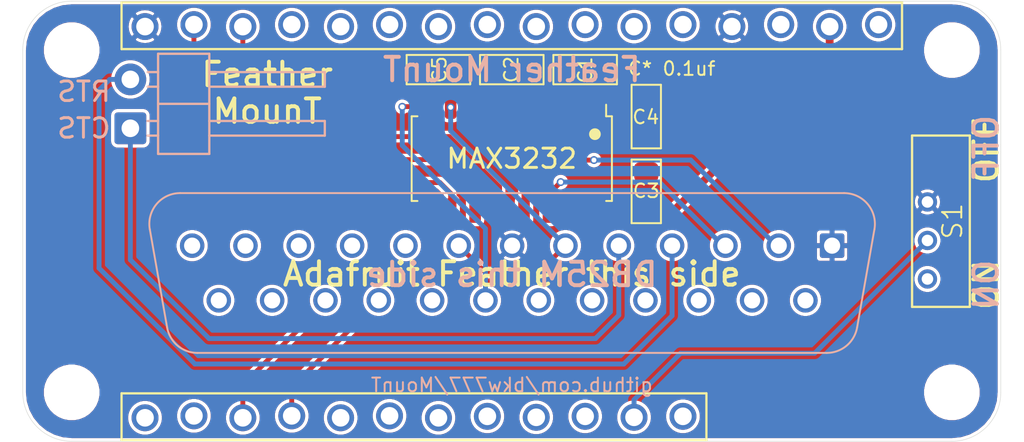
<source format=kicad_pcb>
(kicad_pcb (version 20171130) (host pcbnew 5.1.6-c6e7f7d~87~ubuntu20.04.1)
  (layers (0 F.Cu signal) (31 B.Cu signal) (34 B.Paste user hide) (35 F.Paste user hide) (36 B.SilkS user) (37 F.SilkS user) (38 B.Mask user) (39 F.Mask user) (44 Edge.Cuts user))
  (net 0 "")
  (net 1 GND)
  (net 2 "Net-(C1-Pad1)")
  (net 3 "Net-(C1-Pad2)")
  (net 4 "Net-(C2-Pad1)")
  (net 5 "Net-(C2-Pad2)")
  (net 6 "Net-(C4-Pad1)")
  (net 7 "Net-(C5-Pad1)")
  (net 8 /En)
  (net 9 +3V3)
  (net 10 /DTR_TTL)
  (net 11 /DSR_TTL)
  (net 12 /TX_TTL)
  (net 13 /RX_TTL)
  (net 14 /DTR_232)
  (net 15 /DCD_232)
  (net 16 /DSR_232)
  (net 17 /CTS_232)
  (net 18 /RTS_232)
  (net 19 /RX_232)
  (net 20 /TX_232)
  (module 0_LOCAL:Adafruit_Feather_stagger_4mil (layer F.Cu) (at 147.32 96.52 180)
    (fp_text reference J1 hide)
    (fp_text value Adafruit_Feather)
    (fp_line (start -10.1092 -11.3792) (end -10.1092 -8.9408) (layer F.SilkS) (width 0.12))
    (fp_line (start -10.1092 -8.9408) (end 20.2692 -8.9408) (layer F.SilkS) (width 0.12))
    (fp_line (start 20.2692 -8.9408) (end 20.2692 -11.3792) (layer F.SilkS) (width 0.12))
    (fp_line (start 20.2692 -11.3792) (end -10.1092 -11.3792) (layer F.SilkS) (width 0.12))
    (fp_line (start -20.2692 8.9408) (end -20.2692 11.3792) (layer F.SilkS) (width 0.12))
    (fp_line (start -20.2692 11.3792) (end 20.2692 11.3792) (layer F.SilkS) (width 0.12))
    (fp_line (start 20.2692 11.3792) (end 20.2692 8.9408) (layer F.SilkS) (width 0.12))
    (fp_line (start 20.2692 8.9408) (end -20.2692 8.9408) (layer F.SilkS) (width 0.12))
    (pad "" np_thru_hole circle (at 22.86 -8.89 180) (size 2.54 2.54) (drill 2.54) (layers *.Cu *.Mask))
    (pad "" np_thru_hole circle (at 22.86 8.89 180) (size 2.54 2.54) (drill 2.54) (layers *.Cu *.Mask))
    (pad "" np_thru_hole circle (at -22.86 8.89 180) (size 2.54 2.54) (drill 2.54) (layers *.Cu *.Mask))
    (pad "" np_thru_hole circle (at -22.86 -8.89 180) (size 2.54 2.54) (drill 2.54) (layers *.Cu *.Mask))
    (pad 16 thru_hole circle (at 19.05 10.1092 180) (size 1.397 1.397) (drill 0.9144) (layers *.Cu *.Mask) (net 1 GND))
    (pad 15 thru_hole circle (at 16.51 10.2108 180) (size 1.397 1.397) (drill 0.9144) (layers *.Cu *.Mask) (net 12 /TX_TTL))
    (pad 14 thru_hole circle (at 13.97 10.1092 180) (size 1.397 1.397) (drill 0.9144) (layers *.Cu *.Mask) (net 13 /RX_TTL))
    (pad 13 thru_hole circle (at 11.43 10.2108 180) (size 1.397 1.397) (drill 0.9144) (layers *.Cu *.Mask))
    (pad 12 thru_hole circle (at 8.89 10.1092 180) (size 1.397 1.397) (drill 0.9144) (layers *.Cu *.Mask))
    (pad 11 thru_hole circle (at 6.35 10.2108 180) (size 1.397 1.397) (drill 0.9144) (layers *.Cu *.Mask))
    (pad 10 thru_hole circle (at 3.81 10.1092 180) (size 1.397 1.397) (drill 0.9144) (layers *.Cu *.Mask))
    (pad 9 thru_hole circle (at 1.27 10.2108 180) (size 1.397 1.397) (drill 0.9144) (layers *.Cu *.Mask))
    (pad 8 thru_hole circle (at -1.27 10.1092 180) (size 1.397 1.397) (drill 0.9144) (layers *.Cu *.Mask))
    (pad 7 thru_hole circle (at -3.81 10.2108 180) (size 1.397 1.397) (drill 0.9144) (layers *.Cu *.Mask))
    (pad 6 thru_hole circle (at -6.35 10.1092 180) (size 1.397 1.397) (drill 0.9144) (layers *.Cu *.Mask))
    (pad 5 thru_hole circle (at -8.89 10.2108 180) (size 1.397 1.397) (drill 0.9144) (layers *.Cu *.Mask))
    (pad 4 thru_hole circle (at -11.43 10.1092 180) (size 1.397 1.397) (drill 0.9144) (layers *.Cu *.Mask) (net 1 GND))
    (pad 3 thru_hole circle (at -13.97 10.2108 180) (size 1.397 1.397) (drill 0.9144) (layers *.Cu *.Mask))
    (pad 2 thru_hole circle (at -16.51 10.1092 180) (size 1.397 1.397) (drill 0.9144) (layers *.Cu *.Mask) (net 9 +3V3))
    (pad 1 thru_hole circle (at -19.05 10.2108 180) (size 1.397 1.397) (drill 0.9144) (layers *.Cu *.Mask))
    (pad 17 thru_hole circle (at 19.05 -10.2108 180) (size 1.397 1.397) (drill 0.9144) (layers *.Cu *.Mask))
    (pad 18 thru_hole circle (at 16.51 -10.1092 180) (size 1.397 1.397) (drill 0.9144) (layers *.Cu *.Mask))
    (pad 19 thru_hole circle (at 13.97 -10.2108 180) (size 1.397 1.397) (drill 0.9144) (layers *.Cu *.Mask) (net 10 /DTR_TTL))
    (pad 20 thru_hole circle (at 11.43 -10.1092 180) (size 1.397 1.397) (drill 0.9144) (layers *.Cu *.Mask) (net 11 /DSR_TTL))
    (pad 21 thru_hole circle (at 8.89 -10.2108 180) (size 1.397 1.397) (drill 0.9144) (layers *.Cu *.Mask))
    (pad 22 thru_hole circle (at 6.35 -10.1092 180) (size 1.397 1.397) (drill 0.9144) (layers *.Cu *.Mask))
    (pad 23 thru_hole circle (at 3.81 -10.2108 180) (size 1.397 1.397) (drill 0.9144) (layers *.Cu *.Mask))
    (pad 24 thru_hole circle (at 1.27 -10.1346 180) (size 1.397 1.397) (drill 0.9144) (layers *.Cu *.Mask))
    (pad 25 thru_hole circle (at -1.27 -10.1854 180) (size 1.397 1.397) (drill 0.9144) (layers *.Cu *.Mask))
    (pad 26 thru_hole circle (at -3.81 -10.1346 180) (size 1.397 1.397) (drill 0.9144) (layers *.Cu *.Mask))
    (pad 27 thru_hole circle (at -6.35 -10.1854 180) (size 1.397 1.397) (drill 0.9144) (layers *.Cu *.Mask) (net 8 /En))
    (pad 28 thru_hole circle (at -8.89 -10.1346 180) (size 1.397 1.397) (drill 0.9144) (layers *.Cu *.Mask))
  )
  (module 0_LOCAL:CSS-121xC (layer F.Cu) (at 168.91 96.52 90)
    (fp_text reference S1 (at 0 1.3 90) (layer F.SilkS) (effects (font (thickness 0.1))))
    (fp_text value DS04-254-1L-01BK)
    (fp_line (start -4.45 -0.8) (end -4.45 2.2) (layer F.SilkS) (width 0.12))
    (fp_line (start -4.45 2.2) (end 4.45 2.2) (layer F.SilkS) (width 0.12))
    (fp_line (start -4.45 -0.8) (end 4.45 -0.8) (layer F.SilkS) (width 0.12))
    (fp_line (start 4.45 -0.8) (end 4.45 2.2) (layer F.SilkS) (width 0.12))
    (pad 2 thru_hole circle (at -1 0 90) (size 1 1) (drill 0.6) (layers *.Cu *.Mask) (net 8 /En))
    (pad 1 thru_hole circle (at -3 0 90) (size 1 1) (drill 0.6) (layers *.Cu *.Mask))
    (pad 3 thru_hole circle (at 1 0 90) (size 1 1) (drill 0.6) (layers *.Cu *.Mask) (net 1 GND))
  )
  (module 0_LOCAL:PinHeader_1x02_P2.54mm_Horizontal (layer B.Cu) (at 127.508 91.694)
    (fp_text reference JP1 hide)
    (fp_text value Jumper_2_Bridged)
    (fp_line (start 0.9 -2.92) (end 1.44 -2.92) (layer B.SilkS) (width 0.12))
    (fp_line (start 0.9 -2.16) (end 1.44 -2.16) (layer B.SilkS) (width 0.12))
    (fp_line (start 10.1 -2.92) (end 4.1 -2.92) (layer B.SilkS) (width 0.12))
    (fp_line (start 10.1 -2.16) (end 10.1 -2.92) (layer B.SilkS) (width 0.12))
    (fp_line (start 4.1 -2.16) (end 10.1 -2.16) (layer B.SilkS) (width 0.12))
    (fp_line (start 1.44 -1.27) (end 4.1 -1.27) (layer B.SilkS) (width 0.12))
    (fp_line (start 0.9 -0.38) (end 1.44 -0.38) (layer B.SilkS) (width 0.12))
    (fp_line (start 0.9 0.38) (end 1.44 0.38) (layer B.SilkS) (width 0.12))
    (fp_line (start 10.1 -0.38) (end 4.1 -0.38) (layer B.SilkS) (width 0.12))
    (fp_line (start 10.1 0.38) (end 10.1 -0.38) (layer B.SilkS) (width 0.12))
    (fp_line (start 4.1 0.38) (end 10.1 0.38) (layer B.SilkS) (width 0.12))
    (fp_line (start 4.1 1.33) (end 1.44 1.33) (layer B.SilkS) (width 0.12))
    (fp_line (start 4.1 -3.87) (end 4.1 1.33) (layer B.SilkS) (width 0.12))
    (fp_line (start 1.44 -3.87) (end 4.1 -3.87) (layer B.SilkS) (width 0.12))
    (fp_line (start 1.44 1.33) (end 1.44 -3.87) (layer B.SilkS) (width 0.12))
    (pad 2 thru_hole custom (at 0 -2.54) (size 1.651 1.651) (drill 0.9144) (layers *.Cu *.Mask) (net 18 /RTS_232) (options (clearance outline) (anchor circle)) (primitives))
    (pad 1 thru_hole roundrect (at 0 0) (size 1.651 1.651) (drill 0.9144) (layers *.Cu *.Mask) (roundrect_rratio 0.1) (net 17 /CTS_232))
  )
  (module 0_LOCAL:DSUB-25_Male_Vertical_P2.77x2.84mm (layer B.Cu) (at 163.957 97.79 180)
    (fp_text reference J2 hide)
    (fp_text value DB25_Male)
    (fp_line (start -2.198887 0.852163) (end -1.299619 -4.247837) (layer B.SilkS) (width 0.1))
    (fp_line (start 35.438887 0.852163) (end 34.539619 -4.247837) (layer B.SilkS) (width 0.1))
    (fp_line (start 0.276073 -5.57) (end 32.963927 -5.57) (layer B.SilkS) (width 0.1))
    (fp_line (start -0.623194 2.73) (end 33.863194 2.73) (layer B.SilkS) (width 0.1))
    (fp_arc (start 32.963927 -3.97) (end 32.963927 -5.57) (angle 80) (layer B.SilkS) (width 0.1))
    (fp_arc (start 0.276073 -3.97) (end 0.276073 -5.57) (angle -80) (layer B.SilkS) (width 0.1))
    (fp_arc (start 33.863194 1.13) (end 33.863194 2.73) (angle -100) (layer B.SilkS) (width 0.1))
    (fp_arc (start -0.623194 1.13) (end -0.623194 2.73) (angle 100) (layer B.SilkS) (width 0.1))
    (pad 25 thru_hole circle (at 31.855 -2.84 180) (size 1.27 1.27) (drill 0.8382) (layers *.Cu *.Mask))
    (pad 24 thru_hole circle (at 29.085 -2.84 180) (size 1.27 1.27) (drill 0.8382) (layers *.Cu *.Mask))
    (pad 23 thru_hole circle (at 26.315 -2.84 180) (size 1.27 1.27) (drill 0.8382) (layers *.Cu *.Mask))
    (pad 22 thru_hole circle (at 23.545 -2.84 180) (size 1.27 1.27) (drill 0.8382) (layers *.Cu *.Mask))
    (pad 21 thru_hole circle (at 20.775 -2.84 180) (size 1.27 1.27) (drill 0.8382) (layers *.Cu *.Mask))
    (pad 20 thru_hole circle (at 18.005 -2.84 180) (size 1.27 1.27) (drill 0.8382) (layers *.Cu *.Mask) (net 14 /DTR_232))
    (pad 19 thru_hole circle (at 15.235 -2.84 180) (size 1.27 1.27) (drill 0.8382) (layers *.Cu *.Mask))
    (pad 18 thru_hole circle (at 12.465 -2.84 180) (size 1.27 1.27) (drill 0.8382) (layers *.Cu *.Mask))
    (pad 17 thru_hole circle (at 9.695 -2.84 180) (size 1.27 1.27) (drill 0.8382) (layers *.Cu *.Mask))
    (pad 16 thru_hole circle (at 6.925 -2.84 180) (size 1.27 1.27) (drill 0.8382) (layers *.Cu *.Mask))
    (pad 15 thru_hole circle (at 4.155 -2.84 180) (size 1.27 1.27) (drill 0.8382) (layers *.Cu *.Mask))
    (pad 14 thru_hole circle (at 1.385 -2.84 180) (size 1.27 1.27) (drill 0.8382) (layers *.Cu *.Mask))
    (pad 13 thru_hole circle (at 33.24 0 180) (size 1.27 1.27) (drill 0.8382) (layers *.Cu *.Mask))
    (pad 12 thru_hole circle (at 30.47 0 180) (size 1.27 1.27) (drill 0.8382) (layers *.Cu *.Mask))
    (pad 11 thru_hole circle (at 27.7 0 180) (size 1.27 1.27) (drill 0.8382) (layers *.Cu *.Mask))
    (pad 10 thru_hole circle (at 24.93 0 180) (size 1.27 1.27) (drill 0.8382) (layers *.Cu *.Mask))
    (pad 9 thru_hole circle (at 22.16 0 180) (size 1.27 1.27) (drill 0.8382) (layers *.Cu *.Mask))
    (pad 8 thru_hole circle (at 19.39 0 180) (size 1.27 1.27) (drill 0.8382) (layers *.Cu *.Mask) (net 15 /DCD_232))
    (pad 7 thru_hole circle (at 16.62 0 180) (size 1.27 1.27) (drill 0.8382) (layers *.Cu *.Mask) (net 1 GND))
    (pad 6 thru_hole circle (at 13.85 0 180) (size 1.27 1.27) (drill 0.8382) (layers *.Cu *.Mask) (net 16 /DSR_232))
    (pad 5 thru_hole circle (at 11.08 0 180) (size 1.27 1.27) (drill 0.8382) (layers *.Cu *.Mask) (net 17 /CTS_232))
    (pad 4 thru_hole circle (at 8.31 0 180) (size 1.27 1.27) (drill 0.8382) (layers *.Cu *.Mask) (net 18 /RTS_232))
    (pad 3 thru_hole circle (at 5.54 0 180) (size 1.27 1.27) (drill 0.8382) (layers *.Cu *.Mask) (net 19 /RX_232))
    (pad 2 thru_hole circle (at 2.77 0 180) (size 1.27 1.27) (drill 0.8382) (layers *.Cu *.Mask) (net 20 /TX_232))
    (pad 1 thru_hole roundrect (at 0 0 180) (size 1.27 1.27) (drill 0.8382) (layers *.Cu *.Mask) (roundrect_rratio 0.1) (net 1 GND))
  )
  (module 0_LOCAL:C_0805 (layer F.Cu) (at 154.305 94.9706 90)
    (fp_text reference C3 (at 0.0254 0) (layer F.SilkS) (effects (font (size 0.7112 0.7112) (thickness 0.1016))))
    (fp_text value 0.1uf)
    (fp_line (start -1.651 -0.762) (end -1.651 0.762) (layer F.SilkS) (width 0.1016))
    (fp_line (start 1.651 -0.762) (end 1.651 0.762) (layer F.SilkS) (width 0.1016))
    (fp_line (start -1.651 0.762) (end 1.651 0.762) (layer F.SilkS) (width 0.1016))
    (fp_line (start 1.651 -0.762) (end -1.651 -0.762) (layer F.SilkS) (width 0.1016))
    (pad 1 smd roundrect (at -1 0 90) (size 1 1.25) (layers F.Cu F.Paste F.Mask) (net 9 +3V3))
    (pad 2 smd roundrect (at 1 0 90) (size 1 1.25) (layers F.Cu F.Paste F.Mask) (net 1 GND))
  )
  (module 0_LOCAL:C_0805 (layer F.Cu) (at 154.305 91.0844 90)
    (fp_text reference C4 (at -0.0254 -0.0254) (layer F.SilkS) (effects (font (size 0.7112 0.7112) (thickness 0.1016))))
    (fp_text value 0.1uf)
    (fp_line (start -1.651 -0.762) (end -1.651 0.762) (layer F.SilkS) (width 0.1016))
    (fp_line (start 1.651 -0.762) (end 1.651 0.762) (layer F.SilkS) (width 0.1016))
    (fp_line (start -1.651 0.762) (end 1.651 0.762) (layer F.SilkS) (width 0.1016))
    (fp_line (start 1.651 -0.762) (end -1.651 -0.762) (layer F.SilkS) (width 0.1016))
    (pad 1 smd roundrect (at -1 0 90) (size 1 1.25) (layers F.Cu F.Paste F.Mask) (net 6 "Net-(C4-Pad1)"))
    (pad 2 smd roundrect (at 1 0 90) (size 1 1.25) (layers F.Cu F.Paste F.Mask) (net 1 GND))
  )
  (module 0_LOCAL:C_0805 (layer F.Cu) (at 151.13 88.646 180)
    (fp_text reference C1 (at 0 -0.0254 90) (layer F.SilkS) (effects (font (size 0.7112 0.7112) (thickness 0.1016))))
    (fp_text value 0.1uf)
    (fp_line (start -1.651 -0.762) (end -1.651 0.762) (layer F.SilkS) (width 0.1016))
    (fp_line (start 1.651 -0.762) (end 1.651 0.762) (layer F.SilkS) (width 0.1016))
    (fp_line (start -1.651 0.762) (end 1.651 0.762) (layer F.SilkS) (width 0.1016))
    (fp_line (start 1.651 -0.762) (end -1.651 -0.762) (layer F.SilkS) (width 0.1016))
    (pad 1 smd roundrect (at -1 0 180) (size 1 1.25) (layers F.Cu F.Paste F.Mask) (net 2 "Net-(C1-Pad1)"))
    (pad 2 smd roundrect (at 1 0 180) (size 1 1.25) (layers F.Cu F.Paste F.Mask) (net 3 "Net-(C1-Pad2)"))
  )
  (module 0_LOCAL:C_0805 (layer F.Cu) (at 147.32 88.646 180)
    (fp_text reference C2 (at 0.0254 0 90) (layer F.SilkS) (effects (font (size 0.7112 0.7112) (thickness 0.1016))))
    (fp_text value 0.1uf)
    (fp_line (start -1.651 -0.762) (end -1.651 0.762) (layer F.SilkS) (width 0.1016))
    (fp_line (start 1.651 -0.762) (end 1.651 0.762) (layer F.SilkS) (width 0.1016))
    (fp_line (start -1.651 0.762) (end 1.651 0.762) (layer F.SilkS) (width 0.1016))
    (fp_line (start 1.651 -0.762) (end -1.651 -0.762) (layer F.SilkS) (width 0.1016))
    (pad 1 smd roundrect (at -1 0 180) (size 1 1.25) (layers F.Cu F.Paste F.Mask) (net 4 "Net-(C2-Pad1)"))
    (pad 2 smd roundrect (at 1 0 180) (size 1 1.25) (layers F.Cu F.Paste F.Mask) (net 5 "Net-(C2-Pad2)"))
  )
  (module 0_LOCAL:C_0805 (layer F.Cu) (at 143.51 88.646 180)
    (fp_text reference C5 (at -0.0508 0 90) (layer F.SilkS) (effects (font (size 0.7112 0.7112) (thickness 0.1016))))
    (fp_text value 0.1uf)
    (fp_line (start -1.651 -0.762) (end -1.651 0.762) (layer F.SilkS) (width 0.1016))
    (fp_line (start 1.651 -0.762) (end 1.651 0.762) (layer F.SilkS) (width 0.1016))
    (fp_line (start -1.651 0.762) (end 1.651 0.762) (layer F.SilkS) (width 0.1016))
    (fp_line (start 1.651 -0.762) (end -1.651 -0.762) (layer F.SilkS) (width 0.1016))
    (pad 1 smd roundrect (at -1 0 180) (size 1 1.25) (layers F.Cu F.Paste F.Mask) (net 7 "Net-(C5-Pad1)"))
    (pad 2 smd roundrect (at 1 0 180) (size 1 1.25) (layers F.Cu F.Paste F.Mask) (net 1 GND))
  )
  (module 0_LOCAL:NetTie-2_SMD_10 (layer F.Cu) (at 147.3454 99.187 180)
    (fp_text reference NT1 hide)
    (fp_text value Net-Tie_2)
    (fp_poly (pts (xy -0.254 -0.127) (xy 0.254 -0.127) (xy 0.254 0.127) (xy -0.254 0.127)) (layer F.Cu) (width 0))
    (pad 2 smd circle (at 0.254 0 180) (size 0.254 0.254) (layers F.Cu) (net 15 /DCD_232))
    (pad 1 smd circle (at -0.254 0 180) (size 0.254 0.254) (layers F.Cu) (net 16 /DSR_232))
  )
  (module 0_LOCAL:SOIC-16_W3.90mm (layer F.Cu) (at 147.32 93.2688 180)
    (fp_text reference U1 hide)
    (fp_text value MAX3232 (at 0 0) (layer F.SilkS))
    (fp_line (start -4.9 -2.2) (end -5.2 -2.2) (layer F.SilkS) (width 0.1))
    (fp_line (start -4.9 2.2) (end -4.9 2.8) (layer F.SilkS) (width 0.1))
    (fp_line (start -5.2 2.2) (end -4.9 2.2) (layer F.SilkS) (width 0.1))
    (fp_line (start -5.2 -2.2) (end -5.2 2.2) (layer F.SilkS) (width 0.1))
    (fp_line (start 5.2 2.2) (end 5.2 -2.2) (layer F.SilkS) (width 0.1))
    (fp_line (start 4.9 2.2) (end 5.2 2.2) (layer F.SilkS) (width 0.1))
    (fp_line (start 5.2 -2.2) (end 4.9 -2.2) (layer F.SilkS) (width 0.1))
    (fp_circle (center -4.318 1.27) (end -4.1656 1.27) (layer F.SilkS) (width 0.3048))
    (pad 16 smd roundrect (at -4.445 -2.7 180) (size 0.6 1.27) (layers F.Cu F.Paste F.Mask) (net 9 +3V3))
    (pad 15 smd roundrect (at -3.175 -2.7 180) (size 0.6 1.27) (layers F.Cu F.Paste F.Mask) (net 1 GND))
    (pad 14 smd roundrect (at -1.905 -2.7 180) (size 0.6 1.27) (layers F.Cu F.Paste F.Mask) (net 19 /RX_232))
    (pad 13 smd roundrect (at -0.635 -2.7 180) (size 0.6 1.27) (layers F.Cu F.Paste F.Mask) (net 20 /TX_232))
    (pad 12 smd roundrect (at 0.635 -2.7 180) (size 0.6 1.27) (layers F.Cu F.Paste F.Mask) (net 13 /RX_TTL))
    (pad 11 smd roundrect (at 1.905 -2.7 180) (size 0.6 1.27) (layers F.Cu F.Paste F.Mask) (net 12 /TX_TTL))
    (pad 10 smd roundrect (at 3.175 -2.7 180) (size 0.6 1.27) (layers F.Cu F.Paste F.Mask) (net 10 /DTR_TTL))
    (pad 9 smd roundrect (at 4.445 -2.7 180) (size 0.6 1.27) (layers F.Cu F.Paste F.Mask) (net 11 /DSR_TTL))
    (pad 8 smd roundrect (at 4.445 2.7 180) (size 0.6 1.27) (layers F.Cu F.Paste F.Mask) (net 14 /DTR_232))
    (pad 7 smd roundrect (at 3.175 2.7 180) (size 0.6 1.27) (layers F.Cu F.Paste F.Mask) (net 16 /DSR_232))
    (pad 6 smd roundrect (at 1.905 2.7 180) (size 0.6 1.27) (layers F.Cu F.Paste F.Mask) (net 7 "Net-(C5-Pad1)"))
    (pad 5 smd roundrect (at 0.635 2.7 180) (size 0.6 1.27) (layers F.Cu F.Paste F.Mask) (net 5 "Net-(C2-Pad2)"))
    (pad 4 smd roundrect (at -0.635 2.7 180) (size 0.6 1.27) (layers F.Cu F.Paste F.Mask) (net 4 "Net-(C2-Pad1)"))
    (pad 3 smd roundrect (at -1.905 2.7 180) (size 0.6 1.27) (layers F.Cu F.Paste F.Mask) (net 3 "Net-(C1-Pad2)"))
    (pad 2 smd roundrect (at -3.175 2.7 180) (size 0.6 1.27) (layers F.Cu F.Paste F.Mask) (net 6 "Net-(C4-Pad1)"))
    (pad 1 smd roundrect (at -4.445 2.7 180) (size 0.6 1.27) (layers F.Cu F.Paste F.Mask) (net 2 "Net-(C1-Pad1)"))
  )
  (gr_text ON (at 171.958 99.822 90) (layer F.SilkS) (effects (font (size 1.2192 1.2192) (thickness 0.2032))))
  (gr_text OFF (at 171.958 92.837 90) (layer F.SilkS) (effects (font (size 1.2192 1.2192) (thickness 0.2032))))
  (gr_text OFF (at 171.958 92.71 90) (layer B.SilkS) (effects (font (size 1.2192 1.2192) (thickness 0.2032)) (justify mirror)))
  (gr_text Feather (at 134.62 88.9) (layer F.SilkS) (effects (font (size 1.2192 1.2192) (thickness 0.2032))))
  (gr_text MounT (at 134.62 90.805) (layer F.SilkS) (effects (font (size 1.2192 1.2192) (thickness 0.2032))))
  (gr_text CTS (at 125.095 91.694) (layer B.SilkS) (effects (font (size 1.016 1.016) (thickness 0.1524)) (justify mirror)))
  (gr_text RTS (at 125.095 89.789) (layer B.SilkS) (effects (font (size 1.016 1.016) (thickness 0.1524)) (justify mirror)))
  (gr_text "DB25M this side" (at 147.32 99.2886) (layer B.SilkS) (effects (font (size 1.2192 1.2192) (thickness 0.2032)) (justify mirror)))
  (gr_text "Adafruit Feather this side" (at 147.32 99.2632) (layer F.SilkS) (effects (font (size 1.2192 1.2192) (thickness 0.2032))))
  (gr_text ON (at 171.958 99.822 90) (layer B.SilkS) (effects (font (size 1.2192 1.2192) (thickness 0.2032)) (justify mirror)))
  (gr_text "Feather MounT" (at 147.32 88.646) (layer B.SilkS) (effects (font (size 1.2192 1.2192) (thickness 0.2032)) (justify mirror)))
  (gr_text github.com/bkw777/MounT (at 147.32 105.029) (layer B.SilkS) (effects (font (size 0.7112 0.7112) (thickness 0.1016)) (justify mirror)))
  (gr_text "C* 0.1uf" (at 155.6258 88.5952) (layer F.SilkS) (effects (font (size 0.7112 0.7112) (thickness 0.1016))))
  (gr_line (start 121.92 87.63) (end 121.92 105.41) (layer Edge.Cuts) (width 0.0254))
  (gr_line (start 170.18 85.09) (end 124.46 85.09) (layer Edge.Cuts) (width 0.0254))
  (gr_line (start 172.72 105.41) (end 172.72 87.63) (layer Edge.Cuts) (width 0.0254))
  (gr_line (start 124.46 107.95) (end 170.18 107.95) (layer Edge.Cuts) (width 0.0254))
  (gr_arc (start 124.46 105.41) (end 121.92 105.41) (angle -90) (layer Edge.Cuts) (width 0.0254))
  (gr_arc (start 124.46 87.63) (end 124.46 85.09) (angle -90) (layer Edge.Cuts) (width 0.0254))
  (gr_arc (start 170.18 87.63) (end 172.72 87.63) (angle -90) (layer Edge.Cuts) (width 0.0254))
  (gr_arc (start 170.18 105.41) (end 170.18 107.95) (angle -90) (layer Edge.Cuts) (width 0.0254))
  (segment (start 151.765 89.011) (end 152.13 88.646) (width 0.4064) (layer F.Cu) (net 2))
  (segment (start 151.765 90.5688) (end 151.765 89.011) (width 0.4064) (layer F.Cu) (net 2))
  (segment (start 150.13 88.9475) (end 150.13 88.646) (width 0.4064) (layer F.Cu) (net 3))
  (segment (start 149.225 89.8525) (end 150.13 88.9475) (width 0.4064) (layer F.Cu) (net 3))
  (segment (start 149.225 90.5688) (end 149.225 89.8525) (width 0.4064) (layer F.Cu) (net 3))
  (segment (start 147.955 89.011) (end 148.32 88.646) (width 0.4064) (layer F.Cu) (net 4))
  (segment (start 147.955 90.5688) (end 147.955 89.011) (width 0.4064) (layer F.Cu) (net 4))
  (segment (start 146.685 89.011) (end 146.32 88.646) (width 0.4064) (layer F.Cu) (net 5))
  (segment (start 146.685 90.5688) (end 146.685 89.011) (width 0.4064) (layer F.Cu) (net 5))
  (segment (start 150.495 91.567) (end 150.495 90.5688) (width 0.4064) (layer F.Cu) (net 6))
  (segment (start 151.0124 92.0844) (end 150.495 91.567) (width 0.4064) (layer F.Cu) (net 6))
  (segment (start 154.305 92.0844) (end 151.0124 92.0844) (width 0.4064) (layer F.Cu) (net 6))
  (segment (start 144.51 88.9094) (end 144.51 88.646) (width 0.4064) (layer F.Cu) (net 7))
  (segment (start 145.415 89.8144) (end 144.51 88.9094) (width 0.4064) (layer F.Cu) (net 7))
  (segment (start 145.415 90.5688) (end 145.415 89.8144) (width 0.4064) (layer F.Cu) (net 7))
  (segment (start 163.052 103.378) (end 168.91 97.52) (width 0.254) (layer B.Cu) (net 8))
  (segment (start 156.083 103.378) (end 163.052 103.378) (width 0.254) (layer B.Cu) (net 8))
  (segment (start 153.67 105.791) (end 156.083 103.378) (width 0.254) (layer B.Cu) (net 8))
  (segment (start 153.67 106.8324) (end 153.67 105.791) (width 0.254) (layer B.Cu) (net 8))
  (segment (start 151.7668 95.9706) (end 151.765 95.9688) (width 0.4064) (layer F.Cu) (net 9))
  (segment (start 154.305 95.9706) (end 151.7668 95.9706) (width 0.4064) (layer F.Cu) (net 9))
  (segment (start 163.83 87.884) (end 163.83 86.5124) (width 0.4064) (layer F.Cu) (net 9))
  (segment (start 155.7434 95.9706) (end 163.83 87.884) (width 0.4064) (layer F.Cu) (net 9))
  (segment (start 154.305 95.9706) (end 155.7434 95.9706) (width 0.4064) (layer F.Cu) (net 9))
  (segment (start 137.6426 96.7994) (end 139.9286 94.5134) (width 0.254) (layer F.Cu) (net 10))
  (segment (start 144.145 95.0722) (end 144.145 95.9688) (width 0.254) (layer F.Cu) (net 10))
  (segment (start 136.2456 99.8982) (end 137.6426 98.5012) (width 0.254) (layer F.Cu) (net 10))
  (segment (start 139.9286 94.5134) (end 143.5862 94.5134) (width 0.254) (layer F.Cu) (net 10))
  (segment (start 137.6426 98.5012) (end 137.6426 96.7994) (width 0.254) (layer F.Cu) (net 10))
  (segment (start 136.2456 102.1334) (end 136.2456 99.8982) (width 0.254) (layer F.Cu) (net 10))
  (segment (start 143.5862 94.5134) (end 144.145 95.0722) (width 0.254) (layer F.Cu) (net 10))
  (segment (start 133.35 105.029) (end 136.2456 102.1334) (width 0.254) (layer F.Cu) (net 10))
  (segment (start 133.35 106.8324) (end 133.35 105.029) (width 0.254) (layer F.Cu) (net 10))
  (segment (start 140.4112 96.8248) (end 141.2672 95.9688) (width 0.254) (layer F.Cu) (net 11))
  (segment (start 139.0294 99.9084) (end 140.4112 98.5266) (width 0.254) (layer F.Cu) (net 11))
  (segment (start 141.2672 95.9688) (end 142.875 95.9688) (width 0.254) (layer F.Cu) (net 11))
  (segment (start 139.0294 102.0166) (end 139.0294 99.9084) (width 0.254) (layer F.Cu) (net 11))
  (segment (start 140.4112 98.5266) (end 140.4112 96.8248) (width 0.254) (layer F.Cu) (net 11))
  (segment (start 135.89 105.156) (end 139.0294 102.0166) (width 0.254) (layer F.Cu) (net 11))
  (segment (start 135.89 106.5276) (end 135.89 105.156) (width 0.254) (layer F.Cu) (net 11))
  (segment (start 130.81 87.376) (end 130.81 86.2076) (width 0.254) (layer F.Cu) (net 12))
  (segment (start 136.7536 93.3196) (end 130.81 87.376) (width 0.254) (layer F.Cu) (net 12))
  (segment (start 143.7386 93.3196) (end 136.7536 93.3196) (width 0.254) (layer F.Cu) (net 12))
  (segment (start 145.415 94.996) (end 143.7386 93.3196) (width 0.254) (layer F.Cu) (net 12))
  (segment (start 145.415 95.9688) (end 145.415 94.996) (width 0.254) (layer F.Cu) (net 12))
  (segment (start 137.7188 92.1258) (end 133.35 87.757) (width 0.254) (layer F.Cu) (net 13))
  (segment (start 133.35 87.757) (end 133.35 86.5124) (width 0.254) (layer F.Cu) (net 13))
  (segment (start 144.0688 92.1258) (end 137.7188 92.1258) (width 0.254) (layer F.Cu) (net 13))
  (segment (start 146.685 94.742) (end 144.0688 92.1258) (width 0.254) (layer F.Cu) (net 13))
  (segment (start 146.685 95.9688) (end 146.685 94.742) (width 0.254) (layer F.Cu) (net 13))
  (segment (start 145.825 100.8416) (end 145.8214 100.838) (width 0.1778) (layer B.Cu) (net 14))
  (segment (start 145.95 100.628) (end 145.952 100.63) (width 0.254) (layer F.Cu) (net 14))
  (via (at 141.6304 90.5764) (size 0.4064) (drill 0.254) (layers F.Cu B.Cu) (net 14))
  (segment (start 141.638 90.5688) (end 141.6304 90.5764) (width 0.254) (layer F.Cu) (net 14))
  (segment (start 142.875 90.5688) (end 141.638 90.5688) (width 0.254) (layer F.Cu) (net 14))
  (segment (start 145.952 96.9046) (end 145.952 100.63) (width 0.254) (layer B.Cu) (net 14))
  (segment (start 141.6304 92.583) (end 145.952 96.9046) (width 0.254) (layer B.Cu) (net 14))
  (segment (start 141.6304 90.5764) (end 141.6304 92.583) (width 0.254) (layer B.Cu) (net 14))
  (segment (start 145.964 99.187) (end 144.567 97.79) (width 0.254) (layer F.Cu) (net 15))
  (segment (start 145.964 99.187) (end 147.0914 99.187) (width 0.254) (layer F.Cu) (net 15))
  (segment (start 150.107 97.79) (end 148.71 99.187) (width 0.254) (layer F.Cu) (net 16))
  (segment (start 148.71 99.187) (end 147.5994 99.187) (width 0.254) (layer F.Cu) (net 16))
  (via (at 144.145 90.6018) (size 0.4064) (drill 0.254) (layers F.Cu B.Cu) (net 16))
  (segment (start 144.145 91.828) (end 144.145 90.6018) (width 0.254) (layer B.Cu) (net 16))
  (segment (start 150.107 97.79) (end 144.145 91.828) (width 0.254) (layer B.Cu) (net 16))
  (segment (start 131.5974 102.616) (end 127.508 98.5266) (width 0.254) (layer B.Cu) (net 17))
  (segment (start 127.508 98.5266) (end 127.508 91.694) (width 0.254) (layer B.Cu) (net 17))
  (segment (start 151.6634 102.616) (end 131.5974 102.616) (width 0.254) (layer B.Cu) (net 17))
  (segment (start 152.877 101.4024) (end 151.6634 102.616) (width 0.254) (layer B.Cu) (net 17))
  (segment (start 152.877 97.79) (end 152.877 101.4024) (width 0.254) (layer B.Cu) (net 17))
  (segment (start 126.4412 89.154) (end 127.508 89.154) (width 0.254) (layer B.Cu) (net 18))
  (segment (start 125.8824 89.7128) (end 126.4412 89.154) (width 0.254) (layer B.Cu) (net 18))
  (segment (start 125.8824 98.9584) (end 125.8824 89.7128) (width 0.254) (layer B.Cu) (net 18))
  (segment (start 130.8608 103.9368) (end 125.8824 98.9584) (width 0.254) (layer B.Cu) (net 18))
  (segment (start 153.1366 103.9368) (end 130.8608 103.9368) (width 0.254) (layer B.Cu) (net 18))
  (segment (start 155.647 101.4264) (end 153.1366 103.9368) (width 0.254) (layer B.Cu) (net 18))
  (segment (start 155.647 97.79) (end 155.647 101.4264) (width 0.254) (layer B.Cu) (net 18))
  (segment (start 149.225 95.123) (end 149.225 95.9688) (width 0.254) (layer F.Cu) (net 19))
  (segment (start 149.86 94.488) (end 149.225 95.123) (width 0.254) (layer F.Cu) (net 19))
  (segment (start 149.86 94.488) (end 154.988 94.488) (width 0.254) (layer B.Cu) (net 19))
  (segment (start 154.988 94.488) (end 158.29 97.79) (width 0.254) (layer B.Cu) (net 19))
  (via (at 149.86 94.488) (size 0.4064) (drill 0.254) (layers F.Cu B.Cu) (net 19))
  (segment (start 156.615 93.345) (end 161.06 97.79) (width 0.254) (layer B.Cu) (net 20))
  (segment (start 151.5872 93.345) (end 156.615 93.345) (width 0.254) (layer B.Cu) (net 20))
  (via (at 151.5872 93.345) (size 0.4064) (drill 0.254) (layers F.Cu B.Cu) (net 20))
  (segment (start 147.955 94.6404) (end 147.955 95.9688) (width 0.254) (layer F.Cu) (net 20))
  (segment (start 149.2504 93.345) (end 147.955 94.6404) (width 0.254) (layer F.Cu) (net 20))
  (segment (start 151.5872 93.345) (end 149.2504 93.345) (width 0.254) (layer F.Cu) (net 20))
  (zone (net 1) (net_name GND) (layer F.Cu) (connect_pads (clearance 0.1524)) (min_thickness 0.1524) (fill yes (arc_segments 32) (thermal_gap 0.1524) (thermal_bridge_width 0.254) (smoothing fillet) (radius 0.0762))
    (polygon (pts (xy 121.92 85.09) (xy 172.72 85.09) (xy 172.72 107.95) (xy 121.92 107.95)))
  )
  (zone (net 1) (net_name GND) (layer B.Cu) (connect_pads (clearance 0.1524)) (min_thickness 0.1524) (fill yes (arc_segments 32) (thermal_gap 0.1524) (thermal_bridge_width 0.254) (smoothing fillet) (radius 0.0762))
    (polygon (pts (xy 121.92 85.09) (xy 172.72 85.09) (xy 172.72 107.95) (xy 121.92 107.95)))
  )
)
</source>
